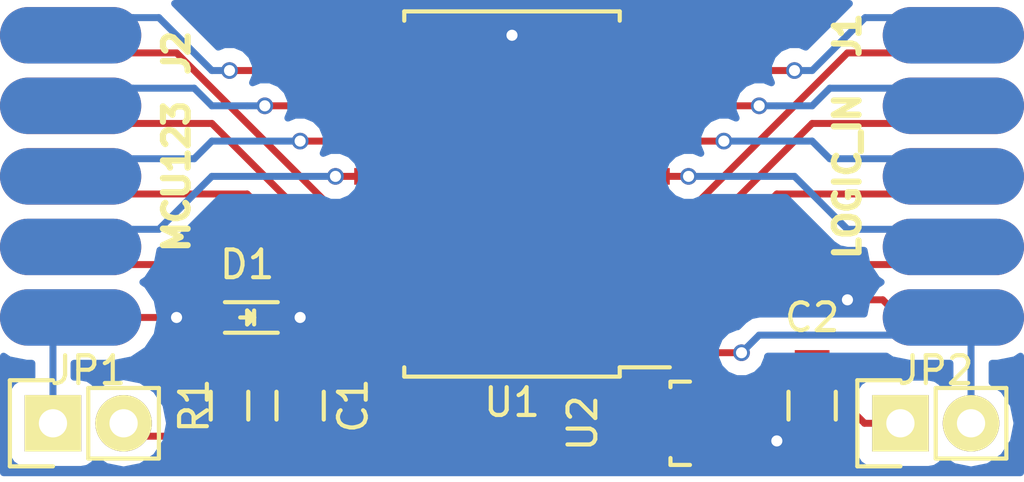
<source format=kicad_pcb>
(kicad_pcb (version 4) (host pcbnew 4.0.2-1.fc23-product)

  (general
    (links 33)
    (no_connects 0)
    (area 128.02 111.719999 165.35 129.295)
    (thickness 1.6)
    (drawings 0)
    (tracks 149)
    (zones 0)
    (modules 10)
    (nets 23)
  )

  (page A4)
  (title_block
    (title "MCU123 1.8v Level Shifter")
  )

  (layers
    (0 F.Cu signal)
    (31 B.Cu signal)
    (32 B.Adhes user)
    (33 F.Adhes user)
    (34 B.Paste user)
    (35 F.Paste user)
    (36 B.SilkS user)
    (37 F.SilkS user hide)
    (38 B.Mask user)
    (39 F.Mask user)
    (40 Dwgs.User user)
    (41 Cmts.User user)
    (42 Eco1.User user)
    (43 Eco2.User user)
    (44 Edge.Cuts user)
    (45 Margin user)
    (46 B.CrtYd user)
    (47 F.CrtYd user)
    (48 B.Fab user)
    (49 F.Fab user)
  )

  (setup
    (last_trace_width 0.25)
    (trace_clearance 0.25)
    (zone_clearance 0.508)
    (zone_45_only no)
    (trace_min 0.2)
    (segment_width 0.2)
    (edge_width 0.15)
    (via_size 0.6)
    (via_drill 0.4)
    (via_min_size 0.4)
    (via_min_drill 0.3)
    (uvia_size 0.3)
    (uvia_drill 0.1)
    (uvias_allowed no)
    (uvia_min_size 0.2)
    (uvia_min_drill 0.1)
    (pcb_text_width 0.3)
    (pcb_text_size 1.5 1.5)
    (mod_edge_width 0.15)
    (mod_text_size 1 1)
    (mod_text_width 0.15)
    (pad_size 1.524 1.524)
    (pad_drill 0.762)
    (pad_to_mask_clearance 0.2)
    (aux_axis_origin 0 0)
    (grid_origin 121.285 108.585)
    (visible_elements FFFFFF7F)
    (pcbplotparams
      (layerselection 0x00020_80000001)
      (usegerberextensions false)
      (excludeedgelayer true)
      (linewidth 0.100000)
      (plotframeref false)
      (viasonmask false)
      (mode 1)
      (useauxorigin false)
      (hpglpennumber 1)
      (hpglpenspeed 20)
      (hpglpendiameter 15)
      (hpglpenoverlay 2)
      (psnegative false)
      (psa4output false)
      (plotreference true)
      (plotvalue true)
      (plotinvisibletext false)
      (padsonsilk false)
      (subtractmaskfromsilk false)
      (outputformat 1)
      (mirror false)
      (drillshape 0)
      (scaleselection 1)
      (outputdirectory ""))
  )

  (net 0 "")
  (net 1 +3V3)
  (net 2 GND)
  (net 3 "Net-(C2-Pad1)")
  (net 4 "Net-(D1-Pad2)")
  (net 5 "Net-(J1-Pad1)")
  (net 6 "Net-(J1-Pad2)")
  (net 7 "Net-(J1-Pad3)")
  (net 8 "Net-(J1-Pad4)")
  (net 9 "Net-(J1-Pad5)")
  (net 10 "Net-(J1-Pad6)")
  (net 11 "Net-(J1-Pad7)")
  (net 12 "Net-(J1-Pad8)")
  (net 13 +1V8)
  (net 14 "Net-(J2-Pad1)")
  (net 15 "Net-(J2-Pad2)")
  (net 16 "Net-(J2-Pad3)")
  (net 17 "Net-(J2-Pad4)")
  (net 18 "Net-(J2-Pad5)")
  (net 19 "Net-(J2-Pad6)")
  (net 20 "Net-(J2-Pad7)")
  (net 21 "Net-(J2-Pad8)")
  (net 22 "Net-(J2-Pad10)")

  (net_class Default "This is the default net class."
    (clearance 0.25)
    (trace_width 0.25)
    (via_dia 0.6)
    (via_drill 0.4)
    (uvia_dia 0.3)
    (uvia_drill 0.1)
    (add_net +1V8)
    (add_net +3V3)
    (add_net GND)
    (add_net "Net-(C2-Pad1)")
    (add_net "Net-(D1-Pad2)")
    (add_net "Net-(J1-Pad1)")
    (add_net "Net-(J1-Pad2)")
    (add_net "Net-(J1-Pad3)")
    (add_net "Net-(J1-Pad4)")
    (add_net "Net-(J1-Pad5)")
    (add_net "Net-(J1-Pad6)")
    (add_net "Net-(J1-Pad7)")
    (add_net "Net-(J1-Pad8)")
    (add_net "Net-(J2-Pad1)")
    (add_net "Net-(J2-Pad10)")
    (add_net "Net-(J2-Pad2)")
    (add_net "Net-(J2-Pad3)")
    (add_net "Net-(J2-Pad4)")
    (add_net "Net-(J2-Pad5)")
    (add_net "Net-(J2-Pad6)")
    (add_net "Net-(J2-Pad7)")
    (add_net "Net-(J2-Pad8)")
  )

  (module Capacitors_SMD:C_0805_HandSoldering (layer F.Cu) (tedit 57376D7B) (tstamp 573640DC)
    (at 139.065 126.365 90)
    (descr "Capacitor SMD 0805, hand soldering")
    (tags "capacitor 0805")
    (path /5734FA12)
    (attr smd)
    (fp_text reference C1 (at 0 1.905 90) (layer F.SilkS)
      (effects (font (size 1 1) (thickness 0.15)))
    )
    (fp_text value 2u2 (at 0 2.1 90) (layer F.Fab)
      (effects (font (size 1 1) (thickness 0.15)))
    )
    (fp_line (start -2.3 -1) (end 2.3 -1) (layer F.CrtYd) (width 0.05))
    (fp_line (start -2.3 1) (end 2.3 1) (layer F.CrtYd) (width 0.05))
    (fp_line (start -2.3 -1) (end -2.3 1) (layer F.CrtYd) (width 0.05))
    (fp_line (start 2.3 -1) (end 2.3 1) (layer F.CrtYd) (width 0.05))
    (fp_line (start 0.5 -0.85) (end -0.5 -0.85) (layer F.SilkS) (width 0.15))
    (fp_line (start -0.5 0.85) (end 0.5 0.85) (layer F.SilkS) (width 0.15))
    (pad 1 smd rect (at -1.25 0 90) (size 1.5 1.25) (layers F.Cu F.Paste F.Mask)
      (net 1 +3V3))
    (pad 2 smd rect (at 1.25 0 90) (size 1.5 1.25) (layers F.Cu F.Paste F.Mask)
      (net 2 GND))
    (model Capacitors_SMD.3dshapes/C_0805_HandSoldering.wrl
      (at (xyz 0 0 0))
      (scale (xyz 1 1 1))
      (rotate (xyz 0 0 0))
    )
  )

  (module Capacitors_SMD:C_0805_HandSoldering (layer F.Cu) (tedit 573767EC) (tstamp 573640E2)
    (at 157.48 126.365 270)
    (descr "Capacitor SMD 0805, hand soldering")
    (tags "capacitor 0805")
    (path /5734FA82)
    (attr smd)
    (fp_text reference C2 (at -3.175 0 360) (layer F.SilkS)
      (effects (font (size 1 1) (thickness 0.15)))
    )
    (fp_text value 2u2 (at 0 2.1 270) (layer F.Fab)
      (effects (font (size 1 1) (thickness 0.15)))
    )
    (fp_line (start -2.3 -1) (end 2.3 -1) (layer F.CrtYd) (width 0.05))
    (fp_line (start -2.3 1) (end 2.3 1) (layer F.CrtYd) (width 0.05))
    (fp_line (start -2.3 -1) (end -2.3 1) (layer F.CrtYd) (width 0.05))
    (fp_line (start 2.3 -1) (end 2.3 1) (layer F.CrtYd) (width 0.05))
    (fp_line (start 0.5 -0.85) (end -0.5 -0.85) (layer F.SilkS) (width 0.15))
    (fp_line (start -0.5 0.85) (end 0.5 0.85) (layer F.SilkS) (width 0.15))
    (pad 1 smd rect (at -1.25 0 270) (size 1.5 1.25) (layers F.Cu F.Paste F.Mask)
      (net 3 "Net-(C2-Pad1)"))
    (pad 2 smd rect (at 1.25 0 270) (size 1.5 1.25) (layers F.Cu F.Paste F.Mask)
      (net 2 GND))
    (model Capacitors_SMD.3dshapes/C_0805_HandSoldering.wrl
      (at (xyz 0 0 0))
      (scale (xyz 1 1 1))
      (rotate (xyz 0 0 0))
    )
  )

  (module LEDs:LED_0603 (layer F.Cu) (tedit 573726A6) (tstamp 573640E8)
    (at 137.16 123.19 180)
    (descr "LED 0603 smd package")
    (tags "LED led 0603 SMD smd SMT smt smdled SMDLED smtled SMTLED")
    (path /5734FBBE)
    (attr smd)
    (fp_text reference D1 (at 0 1.905 180) (layer F.SilkS)
      (effects (font (size 1 1) (thickness 0.15)))
    )
    (fp_text value LED (at 0 1.5 180) (layer F.Fab)
      (effects (font (size 1 1) (thickness 0.15)))
    )
    (fp_line (start -1.1 0.55) (end 0.8 0.55) (layer F.SilkS) (width 0.15))
    (fp_line (start -1.1 -0.55) (end 0.8 -0.55) (layer F.SilkS) (width 0.15))
    (fp_line (start -0.2 0) (end 0.25 0) (layer F.SilkS) (width 0.15))
    (fp_line (start -0.25 -0.25) (end -0.25 0.25) (layer F.SilkS) (width 0.15))
    (fp_line (start -0.25 0) (end 0 -0.25) (layer F.SilkS) (width 0.15))
    (fp_line (start 0 -0.25) (end 0 0.25) (layer F.SilkS) (width 0.15))
    (fp_line (start 0 0.25) (end -0.25 0) (layer F.SilkS) (width 0.15))
    (fp_line (start 1.4 -0.75) (end 1.4 0.75) (layer F.CrtYd) (width 0.05))
    (fp_line (start 1.4 0.75) (end -1.4 0.75) (layer F.CrtYd) (width 0.05))
    (fp_line (start -1.4 0.75) (end -1.4 -0.75) (layer F.CrtYd) (width 0.05))
    (fp_line (start -1.4 -0.75) (end 1.4 -0.75) (layer F.CrtYd) (width 0.05))
    (pad 2 smd rect (at 0.7493 0) (size 0.79756 0.79756) (layers F.Cu F.Paste F.Mask)
      (net 4 "Net-(D1-Pad2)"))
    (pad 1 smd rect (at -0.7493 0) (size 0.79756 0.79756) (layers F.Cu F.Paste F.Mask)
      (net 2 GND))
    (model LEDs.3dshapes/LED_0603.wrl
      (at (xyz 0 0 0))
      (scale (xyz 1 1 1))
      (rotate (xyz 0 0 180))
    )
  )

  (module Pin_Headers:Pin_Header_Straight_1x02 (layer F.Cu) (tedit 57376DB0) (tstamp 5736410A)
    (at 130.175 127 90)
    (descr "Through hole pin header")
    (tags "pin header")
    (path /5735876A)
    (fp_text reference JP1 (at 1.905 1.27 180) (layer F.SilkS)
      (effects (font (size 1 1) (thickness 0.15)))
    )
    (fp_text value 3V3 (at 0 1.27 180) (layer F.Fab)
      (effects (font (size 1 1) (thickness 0.15)))
    )
    (fp_line (start 1.27 1.27) (end 1.27 3.81) (layer F.SilkS) (width 0.15))
    (fp_line (start 1.55 -1.55) (end 1.55 0) (layer F.SilkS) (width 0.15))
    (fp_line (start -1.75 -1.75) (end -1.75 4.3) (layer F.CrtYd) (width 0.05))
    (fp_line (start 1.75 -1.75) (end 1.75 4.3) (layer F.CrtYd) (width 0.05))
    (fp_line (start -1.75 -1.75) (end 1.75 -1.75) (layer F.CrtYd) (width 0.05))
    (fp_line (start -1.75 4.3) (end 1.75 4.3) (layer F.CrtYd) (width 0.05))
    (fp_line (start 1.27 1.27) (end -1.27 1.27) (layer F.SilkS) (width 0.15))
    (fp_line (start -1.55 0) (end -1.55 -1.55) (layer F.SilkS) (width 0.15))
    (fp_line (start -1.55 -1.55) (end 1.55 -1.55) (layer F.SilkS) (width 0.15))
    (fp_line (start -1.27 1.27) (end -1.27 3.81) (layer F.SilkS) (width 0.15))
    (fp_line (start -1.27 3.81) (end 1.27 3.81) (layer F.SilkS) (width 0.15))
    (pad 1 thru_hole rect (at 0 0 90) (size 2.032 2.032) (drill 1.016) (layers *.Cu *.Mask F.SilkS)
      (net 22 "Net-(J2-Pad10)"))
    (pad 2 thru_hole oval (at 0 2.54 90) (size 2.032 2.032) (drill 1.016) (layers *.Cu *.Mask F.SilkS)
      (net 1 +3V3))
    (model Pin_Headers.3dshapes/Pin_Header_Straight_1x02.wrl
      (at (xyz 0 -0.05 0))
      (scale (xyz 1 1 1))
      (rotate (xyz 0 0 90))
    )
  )

  (module Resistors_SMD:R_0603_HandSoldering (layer F.Cu) (tedit 57376FF0) (tstamp 57364115)
    (at 136.525 126.365 90)
    (descr "Resistor SMD 0603, hand soldering")
    (tags "resistor 0603")
    (path /5734FB33)
    (attr smd)
    (fp_text reference R1 (at 0 -1.27 90) (layer F.SilkS)
      (effects (font (size 1 1) (thickness 0.15)))
    )
    (fp_text value 1k (at 0 1.9 90) (layer F.Fab)
      (effects (font (size 1 1) (thickness 0.15)))
    )
    (fp_line (start -2 -0.8) (end 2 -0.8) (layer F.CrtYd) (width 0.05))
    (fp_line (start -2 0.8) (end 2 0.8) (layer F.CrtYd) (width 0.05))
    (fp_line (start -2 -0.8) (end -2 0.8) (layer F.CrtYd) (width 0.05))
    (fp_line (start 2 -0.8) (end 2 0.8) (layer F.CrtYd) (width 0.05))
    (fp_line (start 0.5 0.675) (end -0.5 0.675) (layer F.SilkS) (width 0.15))
    (fp_line (start -0.5 -0.675) (end 0.5 -0.675) (layer F.SilkS) (width 0.15))
    (pad 1 smd rect (at -1.1 0 90) (size 1.2 0.9) (layers F.Cu F.Paste F.Mask)
      (net 1 +3V3))
    (pad 2 smd rect (at 1.1 0 90) (size 1.2 0.9) (layers F.Cu F.Paste F.Mask)
      (net 4 "Net-(D1-Pad2)"))
    (model Resistors_SMD.3dshapes/R_0603_HandSoldering.wrl
      (at (xyz 0 0 0))
      (scale (xyz 1 1 1))
      (rotate (xyz 0 0 0))
    )
  )

  (module Housings_SOIC:SOIC-20_7.5x12.8mm_Pitch1.27mm (layer F.Cu) (tedit 57376919) (tstamp 5736412D)
    (at 146.685 118.745 180)
    (descr "20-Lead Plastic Small Outline (SO) - Wide, 7.50 mm Body [SOIC] (see Microchip Packaging Specification 00000049BS.pdf)")
    (tags "SOIC 1.27")
    (path /5732591C)
    (attr smd)
    (fp_text reference U1 (at 0 -7.5 180) (layer F.SilkS)
      (effects (font (size 1 1) (thickness 0.15)))
    )
    (fp_text value NLSV8T244 (at 1.905 -7.62 180) (layer F.Fab)
      (effects (font (size 1 1) (thickness 0.15)))
    )
    (fp_line (start -5.95 -6.75) (end -5.95 6.75) (layer F.CrtYd) (width 0.05))
    (fp_line (start 5.95 -6.75) (end 5.95 6.75) (layer F.CrtYd) (width 0.05))
    (fp_line (start -5.95 -6.75) (end 5.95 -6.75) (layer F.CrtYd) (width 0.05))
    (fp_line (start -5.95 6.75) (end 5.95 6.75) (layer F.CrtYd) (width 0.05))
    (fp_line (start -3.875 -6.575) (end -3.875 -6.24) (layer F.SilkS) (width 0.15))
    (fp_line (start 3.875 -6.575) (end 3.875 -6.24) (layer F.SilkS) (width 0.15))
    (fp_line (start 3.875 6.575) (end 3.875 6.24) (layer F.SilkS) (width 0.15))
    (fp_line (start -3.875 6.575) (end -3.875 6.24) (layer F.SilkS) (width 0.15))
    (fp_line (start -3.875 -6.575) (end 3.875 -6.575) (layer F.SilkS) (width 0.15))
    (fp_line (start -3.875 6.575) (end 3.875 6.575) (layer F.SilkS) (width 0.15))
    (fp_line (start -3.875 -6.24) (end -5.675 -6.24) (layer F.SilkS) (width 0.15))
    (pad 1 smd rect (at -4.7 -5.715 180) (size 1.95 0.6) (layers F.Cu F.Paste F.Mask)
      (net 13 +1V8))
    (pad 2 smd rect (at -4.7 -4.445 180) (size 1.95 0.6) (layers F.Cu F.Paste F.Mask)
      (net 11 "Net-(J1-Pad7)"))
    (pad 3 smd rect (at -4.7 -3.175 180) (size 1.95 0.6) (layers F.Cu F.Paste F.Mask)
      (net 9 "Net-(J1-Pad5)"))
    (pad 4 smd rect (at -4.7 -1.905 180) (size 1.95 0.6) (layers F.Cu F.Paste F.Mask)
      (net 7 "Net-(J1-Pad3)"))
    (pad 5 smd rect (at -4.7 -0.635 180) (size 1.95 0.6) (layers F.Cu F.Paste F.Mask)
      (net 5 "Net-(J1-Pad1)"))
    (pad 6 smd rect (at -4.7 0.635 180) (size 1.95 0.6) (layers F.Cu F.Paste F.Mask)
      (net 12 "Net-(J1-Pad8)"))
    (pad 7 smd rect (at -4.7 1.905 180) (size 1.95 0.6) (layers F.Cu F.Paste F.Mask)
      (net 10 "Net-(J1-Pad6)"))
    (pad 8 smd rect (at -4.7 3.175 180) (size 1.95 0.6) (layers F.Cu F.Paste F.Mask)
      (net 8 "Net-(J1-Pad4)"))
    (pad 9 smd rect (at -4.7 4.445 180) (size 1.95 0.6) (layers F.Cu F.Paste F.Mask)
      (net 6 "Net-(J1-Pad2)"))
    (pad 10 smd rect (at -4.7 5.715 180) (size 1.95 0.6) (layers F.Cu F.Paste F.Mask)
      (net 2 GND))
    (pad 11 smd rect (at 4.7 5.715 180) (size 1.95 0.6) (layers F.Cu F.Paste F.Mask)
      (net 2 GND))
    (pad 12 smd rect (at 4.7 4.445 180) (size 1.95 0.6) (layers F.Cu F.Paste F.Mask)
      (net 15 "Net-(J2-Pad2)"))
    (pad 13 smd rect (at 4.7 3.175 180) (size 1.95 0.6) (layers F.Cu F.Paste F.Mask)
      (net 17 "Net-(J2-Pad4)"))
    (pad 14 smd rect (at 4.7 1.905 180) (size 1.95 0.6) (layers F.Cu F.Paste F.Mask)
      (net 19 "Net-(J2-Pad6)"))
    (pad 15 smd rect (at 4.7 0.635 180) (size 1.95 0.6) (layers F.Cu F.Paste F.Mask)
      (net 21 "Net-(J2-Pad8)"))
    (pad 16 smd rect (at 4.7 -0.635 180) (size 1.95 0.6) (layers F.Cu F.Paste F.Mask)
      (net 14 "Net-(J2-Pad1)"))
    (pad 17 smd rect (at 4.7 -1.905 180) (size 1.95 0.6) (layers F.Cu F.Paste F.Mask)
      (net 16 "Net-(J2-Pad3)"))
    (pad 18 smd rect (at 4.7 -3.175 180) (size 1.95 0.6) (layers F.Cu F.Paste F.Mask)
      (net 18 "Net-(J2-Pad5)"))
    (pad 19 smd rect (at 4.7 -4.445 180) (size 1.95 0.6) (layers F.Cu F.Paste F.Mask)
      (net 20 "Net-(J2-Pad7)"))
    (pad 20 smd rect (at 4.7 -5.715 180) (size 1.95 0.6) (layers F.Cu F.Paste F.Mask)
      (net 1 +3V3))
    (model Housings_SOIC.3dshapes/SOIC-20_7.5x12.8mm_Pitch1.27mm.wrl
      (at (xyz 0 0 0))
      (scale (xyz 1 1 1))
      (rotate (xyz 0 0 0))
    )
  )

  (module TO_SOT_Packages_SMD:SOT-23_Handsoldering (layer F.Cu) (tedit 57376916) (tstamp 57364134)
    (at 153.035 127 90)
    (descr "SOT-23, Handsoldering")
    (tags SOT-23)
    (path /5734F788)
    (attr smd)
    (fp_text reference U2 (at 0 -3.81 90) (layer F.SilkS)
      (effects (font (size 1 1) (thickness 0.15)))
    )
    (fp_text value XC6206_SOT23 (at -1.27 0.635 180) (layer F.Fab)
      (effects (font (size 1 1) (thickness 0.15)))
    )
    (fp_line (start -1.49982 0.0508) (end -1.49982 -0.65024) (layer F.SilkS) (width 0.15))
    (fp_line (start -1.49982 -0.65024) (end -1.2509 -0.65024) (layer F.SilkS) (width 0.15))
    (fp_line (start 1.29916 -0.65024) (end 1.49982 -0.65024) (layer F.SilkS) (width 0.15))
    (fp_line (start 1.49982 -0.65024) (end 1.49982 0.0508) (layer F.SilkS) (width 0.15))
    (pad 1 smd rect (at -0.95 1.50114 90) (size 0.8001 1.80086) (layers F.Cu F.Paste F.Mask)
      (net 2 GND))
    (pad 2 smd rect (at 0.95 1.50114 90) (size 0.8001 1.80086) (layers F.Cu F.Paste F.Mask)
      (net 3 "Net-(C2-Pad1)"))
    (pad 3 smd rect (at 0 -1.50114 90) (size 0.8001 1.80086) (layers F.Cu F.Paste F.Mask)
      (net 1 +3V3))
    (model TO_SOT_Packages_SMD.3dshapes/SOT-23_Handsoldering.wrl
      (at (xyz 0 0 0))
      (scale (xyz 1 1 1))
      (rotate (xyz 0 0 0))
    )
  )

  (module Pin_Headers:Pin_Header_Straight_1x02 (layer F.Cu) (tedit 57376DA5) (tstamp 57364284)
    (at 160.655 127 90)
    (descr "Through hole pin header")
    (tags "pin header")
    (path /5734FF59)
    (fp_text reference JP2 (at 1.905 1.27 180) (layer F.SilkS)
      (effects (font (size 1 1) (thickness 0.15)))
    )
    (fp_text value 1V8 (at 0 1.27 180) (layer F.Fab)
      (effects (font (size 1 1) (thickness 0.15)))
    )
    (fp_line (start 1.27 1.27) (end 1.27 3.81) (layer F.SilkS) (width 0.15))
    (fp_line (start 1.55 -1.55) (end 1.55 0) (layer F.SilkS) (width 0.15))
    (fp_line (start -1.75 -1.75) (end -1.75 4.3) (layer F.CrtYd) (width 0.05))
    (fp_line (start 1.75 -1.75) (end 1.75 4.3) (layer F.CrtYd) (width 0.05))
    (fp_line (start -1.75 -1.75) (end 1.75 -1.75) (layer F.CrtYd) (width 0.05))
    (fp_line (start -1.75 4.3) (end 1.75 4.3) (layer F.CrtYd) (width 0.05))
    (fp_line (start 1.27 1.27) (end -1.27 1.27) (layer F.SilkS) (width 0.15))
    (fp_line (start -1.55 0) (end -1.55 -1.55) (layer F.SilkS) (width 0.15))
    (fp_line (start -1.55 -1.55) (end 1.55 -1.55) (layer F.SilkS) (width 0.15))
    (fp_line (start -1.27 1.27) (end -1.27 3.81) (layer F.SilkS) (width 0.15))
    (fp_line (start -1.27 3.81) (end 1.27 3.81) (layer F.SilkS) (width 0.15))
    (pad 1 thru_hole rect (at 0 0 90) (size 2.032 2.032) (drill 1.016) (layers *.Cu *.Mask F.SilkS)
      (net 3 "Net-(C2-Pad1)"))
    (pad 2 thru_hole oval (at 0 2.54 90) (size 2.032 2.032) (drill 1.016) (layers *.Cu *.Mask F.SilkS)
      (net 13 +1V8))
    (model Pin_Headers.3dshapes/Pin_Header_Straight_1x02.wrl
      (at (xyz 0 -0.05 0))
      (scale (xyz 1 1 1))
      (rotate (xyz 0 0 90))
    )
  )

  (module mcu123:IDC_2x5_female_if_left_edge_mounted (layer F.Cu) (tedit 57376B93) (tstamp 57376CB5)
    (at 162.56 113.03 270)
    (descr "A double sided edge connector allowing a straight through-hole IDC connector to be edge mounted")
    (path /57319198)
    (fp_text reference J1 (at 0 3.81 270) (layer F.SilkS)
      (effects (font (size 0.889 0.889) (thickness 0.3048)))
    )
    (fp_text value LOGIC_IN (at 5.08 3.81 270) (layer F.SilkS)
      (effects (font (size 0.889 0.889) (thickness 0.22225)))
    )
    (pad 1 connect oval (at 0 0 270) (size 2.032 5.08) (layers F.Cu F.Mask)
      (net 5 "Net-(J1-Pad1)"))
    (pad 2 connect oval (at 0 0 270) (size 2.032 5.08) (layers B.Cu B.Mask)
      (net 6 "Net-(J1-Pad2)"))
    (pad 3 connect oval (at 2.54 0 270) (size 2.032 5.08) (layers F.Cu F.Mask)
      (net 7 "Net-(J1-Pad3)"))
    (pad 4 connect oval (at 2.54 0 270) (size 2.032 5.08) (layers B.Cu B.Mask)
      (net 8 "Net-(J1-Pad4)"))
    (pad 5 connect oval (at 5.08 0 270) (size 2.032 5.08) (layers F.Cu F.Mask)
      (net 9 "Net-(J1-Pad5)"))
    (pad 6 connect oval (at 5.08 0 270) (size 2.032 5.08) (layers B.Cu B.Mask)
      (net 10 "Net-(J1-Pad6)"))
    (pad 7 connect oval (at 7.62 0 270) (size 2.032 5.08) (layers F.Cu F.Mask)
      (net 11 "Net-(J1-Pad7)"))
    (pad 8 connect oval (at 7.62 0 270) (size 2.032 5.08) (layers B.Cu B.Mask)
      (net 12 "Net-(J1-Pad8)"))
    (pad 9 connect oval (at 10.16 0 270) (size 2.032 5.08) (layers F.Cu F.Mask)
      (net 2 GND))
    (pad 10 connect oval (at 10.16 0 270) (size 2.032 5.08) (layers B.Cu B.Mask)
      (net 13 +1V8))
  )

  (module mcu123:IDC_2x5_female_if_left_edge_mounted (layer F.Cu) (tedit 57376C65) (tstamp 57376CC2)
    (at 130.81 113.03 270)
    (descr "A double sided edge connector allowing a straight through-hole IDC connector to be edge mounted")
    (path /57319633)
    (fp_text reference J2 (at 0.635 -3.81 270) (layer F.SilkS)
      (effects (font (size 0.889 0.889) (thickness 0.3048)))
    )
    (fp_text value MCU123 (at 5.08 -3.81 270) (layer F.SilkS)
      (effects (font (size 0.889 0.889) (thickness 0.22225)))
    )
    (pad 1 connect oval (at 0 0 270) (size 2.032 5.08) (layers F.Cu F.Mask)
      (net 14 "Net-(J2-Pad1)"))
    (pad 2 connect oval (at 0 0 270) (size 2.032 5.08) (layers B.Cu B.Mask)
      (net 15 "Net-(J2-Pad2)"))
    (pad 3 connect oval (at 2.54 0 270) (size 2.032 5.08) (layers F.Cu F.Mask)
      (net 16 "Net-(J2-Pad3)"))
    (pad 4 connect oval (at 2.54 0 270) (size 2.032 5.08) (layers B.Cu B.Mask)
      (net 17 "Net-(J2-Pad4)"))
    (pad 5 connect oval (at 5.08 0 270) (size 2.032 5.08) (layers F.Cu F.Mask)
      (net 18 "Net-(J2-Pad5)"))
    (pad 6 connect oval (at 5.08 0 270) (size 2.032 5.08) (layers B.Cu B.Mask)
      (net 19 "Net-(J2-Pad6)"))
    (pad 7 connect oval (at 7.62 0 270) (size 2.032 5.08) (layers F.Cu F.Mask)
      (net 20 "Net-(J2-Pad7)"))
    (pad 8 connect oval (at 7.62 0 270) (size 2.032 5.08) (layers B.Cu B.Mask)
      (net 21 "Net-(J2-Pad8)"))
    (pad 9 connect oval (at 10.16 0 270) (size 2.032 5.08) (layers F.Cu F.Mask)
      (net 2 GND))
    (pad 10 connect oval (at 10.16 0 270) (size 2.032 5.08) (layers B.Cu B.Mask)
      (net 22 "Net-(J2-Pad10)"))
  )

  (segment (start 136.525 127.465) (end 133.18 127.465) (width 0.25) (layer F.Cu) (net 1) (status 20))
  (segment (start 133.18 127.465) (end 132.715 127) (width 0.25) (layer F.Cu) (net 1) (tstamp 57376E35) (status 30))
  (segment (start 139.065 127.615) (end 140.315 127.615) (width 0.25) (layer F.Cu) (net 1))
  (segment (start 141.985 125.945) (end 141.985 124.46) (width 0.25) (layer F.Cu) (net 1) (tstamp 57376E30))
  (segment (start 140.315 127.615) (end 141.985 125.945) (width 0.25) (layer F.Cu) (net 1) (tstamp 57376E2F))
  (segment (start 136.525 127.465) (end 138.915 127.465) (width 0.25) (layer F.Cu) (net 1) (status 10))
  (segment (start 138.915 127.465) (end 139.065 127.615) (width 0.25) (layer F.Cu) (net 1) (tstamp 57372F0E))
  (segment (start 140.97 124.46) (end 141.985 124.46) (width 0.25) (layer F.Cu) (net 1) (tstamp 57372F0A))
  (segment (start 141.985 124.46) (end 142.875 124.46) (width 0.25) (layer F.Cu) (net 1))
  (segment (start 142.875 124.46) (end 145.415 127) (width 0.25) (layer F.Cu) (net 1) (tstamp 57372F03))
  (segment (start 145.415 127) (end 151.53386 127) (width 0.25) (layer F.Cu) (net 1) (tstamp 57372F04) (status 20))
  (segment (start 139.1993 127.7493) (end 139.085 127.635) (width 0.25) (layer F.Cu) (net 1) (tstamp 5736E5BC) (status 30))
  (segment (start 162.56 123.19) (end 160.655 123.19) (width 0.25) (layer F.Cu) (net 2))
  (segment (start 160.655 123.19) (end 160.02 122.555) (width 0.25) (layer F.Cu) (net 2) (tstamp 573770BC))
  (via (at 158.75 122.555) (size 0.6) (drill 0.4) (layers F.Cu B.Cu) (net 2))
  (segment (start 160.02 122.555) (end 158.75 122.555) (width 0.25) (layer F.Cu) (net 2) (tstamp 573770BE))
  (segment (start 154.53614 127.95) (end 155.895 127.95) (width 0.25) (layer F.Cu) (net 2) (status 10))
  (segment (start 156.23 127.615) (end 156.21 127.635) (width 0.25) (layer F.Cu) (net 2) (tstamp 57376720))
  (via (at 156.21 127.635) (size 0.6) (drill 0.4) (layers F.Cu B.Cu) (net 2))
  (segment (start 156.23 127.615) (end 157.48 127.615) (width 0.25) (layer F.Cu) (net 2))
  (segment (start 155.895 127.95) (end 156.21 127.635) (width 0.25) (layer F.Cu) (net 2) (tstamp 57376727))
  (segment (start 151.385 113.03) (end 146.685 113.03) (width 0.25) (layer F.Cu) (net 2))
  (via (at 146.685 113.03) (size 0.6) (drill 0.4) (layers F.Cu B.Cu) (net 2))
  (segment (start 146.685 113.03) (end 141.985 113.03) (width 0.25) (layer F.Cu) (net 2))
  (segment (start 130.81 123.19) (end 134.62 123.19) (width 0.25) (layer F.Cu) (net 2) (status 10))
  (via (at 134.62 123.19) (size 0.6) (drill 0.4) (layers F.Cu B.Cu) (net 2))
  (segment (start 139.065 125.115) (end 139.065 123.19) (width 0.25) (layer F.Cu) (net 2))
  (via (at 139.065 123.19) (size 0.6) (drill 0.4) (layers F.Cu B.Cu) (net 2))
  (segment (start 139.065 123.19) (end 137.9093 123.19) (width 0.25) (layer F.Cu) (net 2) (status 20))
  (segment (start 160.655 123.19) (end 161.29 122.555) (width 0.25) (layer F.Cu) (net 2) (tstamp 573763C4) (status 30))
  (segment (start 157.145 127.95) (end 157.48 127.615) (width 0.25) (layer F.Cu) (net 2) (tstamp 57372F14))
  (segment (start 137.9093 123.19) (end 137.9093 123.3243) (width 0.25) (layer F.Cu) (net 2) (status 30))
  (segment (start 137.9093 123.0757) (end 137.9093 123.19) (width 0.25) (layer F.Cu) (net 2) (tstamp 5736EB5C) (status 30))
  (segment (start 163.5252 122.555) (end 164.1602 123.19) (width 0.25) (layer F.Cu) (net 2) (tstamp 573761C2) (status 30))
  (segment (start 160.655 127) (end 159.365 127) (width 0.25) (layer F.Cu) (net 3) (status 10))
  (segment (start 159.365 127) (end 157.48 125.115) (width 0.25) (layer F.Cu) (net 3) (tstamp 57372F1A))
  (segment (start 154.53614 126.05) (end 156.545 126.05) (width 0.25) (layer F.Cu) (net 3) (status 10))
  (segment (start 156.545 126.05) (end 157.48 125.115) (width 0.25) (layer F.Cu) (net 3) (tstamp 57372F17))
  (segment (start 136.4107 123.19) (end 136.4107 124.7443) (width 0.25) (layer F.Cu) (net 4) (status 10))
  (segment (start 136.4107 124.7443) (end 136.525 125.265) (width 0.25) (layer F.Cu) (net 4) (tstamp 57372D39) (status 30))
  (segment (start 151.385 119.38) (end 153.035 119.38) (width 0.25) (layer F.Cu) (net 5))
  (segment (start 158.75 113.665) (end 161.925 113.665) (width 0.25) (layer F.Cu) (net 5) (tstamp 573764AE) (status 20))
  (segment (start 153.035 119.38) (end 158.75 113.665) (width 0.25) (layer F.Cu) (net 5) (tstamp 573764A9))
  (segment (start 161.925 113.665) (end 162.56 113.03) (width 0.25) (layer F.Cu) (net 5) (tstamp 573764BB) (status 30))
  (segment (start 162.56 113.03) (end 160.655 113.03) (width 0.25) (layer F.Cu) (net 5) (status 30))
  (segment (start 163.5252 112.395) (end 164.1602 113.03) (width 0.25) (layer F.Cu) (net 5) (tstamp 5737617E) (status 30))
  (segment (start 151.385 114.3) (end 156.845 114.3) (width 0.25) (layer F.Cu) (net 6))
  (segment (start 159.385 112.395) (end 163.5252 112.395) (width 0.25) (layer B.Cu) (net 6) (tstamp 57376516) (status 20))
  (segment (start 158.75 113.03) (end 159.385 112.395) (width 0.25) (layer B.Cu) (net 6) (tstamp 57376515))
  (segment (start 157.48 114.3) (end 158.75 113.03) (width 0.25) (layer B.Cu) (net 6) (tstamp 57376514))
  (segment (start 156.845 114.3) (end 157.48 114.3) (width 0.25) (layer B.Cu) (net 6) (tstamp 57376513))
  (via (at 156.845 114.3) (size 0.6) (drill 0.4) (layers F.Cu B.Cu) (net 6))
  (segment (start 163.5252 112.395) (end 164.1602 113.03) (width 0.25) (layer B.Cu) (net 6) (tstamp 57376518) (status 30))
  (segment (start 161.925 113.665) (end 162.56 113.03) (width 0.25) (layer B.Cu) (net 6) (tstamp 57375E81) (status 30))
  (segment (start 151.385 120.65) (end 153.035 120.65) (width 0.25) (layer F.Cu) (net 7))
  (segment (start 157.48 116.205) (end 161.925 116.205) (width 0.25) (layer F.Cu) (net 7) (tstamp 573764E2) (status 20))
  (segment (start 153.035 120.65) (end 157.48 116.205) (width 0.25) (layer F.Cu) (net 7) (tstamp 573764E0))
  (segment (start 161.925 116.205) (end 162.56 115.57) (width 0.25) (layer F.Cu) (net 7) (tstamp 573764E8) (status 30))
  (segment (start 163.5252 114.935) (end 164.1602 115.57) (width 0.25) (layer F.Cu) (net 7) (tstamp 57376188) (status 30))
  (segment (start 151.385 115.57) (end 155.575 115.57) (width 0.25) (layer F.Cu) (net 8))
  (segment (start 158.115 114.935) (end 163.5252 114.935) (width 0.25) (layer B.Cu) (net 8) (tstamp 57376538) (status 20))
  (segment (start 157.48 115.57) (end 158.115 114.935) (width 0.25) (layer B.Cu) (net 8) (tstamp 5737652B))
  (segment (start 156.21 115.57) (end 157.48 115.57) (width 0.25) (layer B.Cu) (net 8) (tstamp 5737652A))
  (segment (start 155.575 115.57) (end 156.21 115.57) (width 0.25) (layer B.Cu) (net 8) (tstamp 57376529))
  (via (at 155.575 115.57) (size 0.6) (drill 0.4) (layers F.Cu B.Cu) (net 8))
  (segment (start 163.5252 114.935) (end 164.1602 115.57) (width 0.25) (layer B.Cu) (net 8) (tstamp 5737653A) (status 30))
  (segment (start 161.925 116.205) (end 162.56 115.57) (width 0.25) (layer B.Cu) (net 8) (tstamp 57375EA4) (status 30))
  (segment (start 151.385 121.92) (end 153.035 121.92) (width 0.25) (layer F.Cu) (net 9))
  (segment (start 156.21 118.745) (end 161.925 118.745) (width 0.25) (layer F.Cu) (net 9) (tstamp 573764EC) (status 20))
  (segment (start 153.035 121.92) (end 156.21 118.745) (width 0.25) (layer F.Cu) (net 9) (tstamp 573764EB))
  (segment (start 161.925 118.745) (end 162.56 118.11) (width 0.25) (layer F.Cu) (net 9) (tstamp 573764F1) (status 30))
  (segment (start 163.5252 117.475) (end 164.1602 118.11) (width 0.25) (layer F.Cu) (net 9) (tstamp 57376194) (status 30))
  (segment (start 151.385 116.84) (end 154.305 116.84) (width 0.25) (layer F.Cu) (net 10))
  (segment (start 158.115 117.475) (end 163.5252 117.475) (width 0.25) (layer B.Cu) (net 10) (tstamp 57376546) (status 20))
  (segment (start 157.48 116.84) (end 158.115 117.475) (width 0.25) (layer B.Cu) (net 10) (tstamp 57376544))
  (segment (start 154.305 116.84) (end 157.48 116.84) (width 0.25) (layer B.Cu) (net 10) (tstamp 57376543))
  (via (at 154.305 116.84) (size 0.6) (drill 0.4) (layers F.Cu B.Cu) (net 10))
  (segment (start 163.5252 117.475) (end 164.1602 118.11) (width 0.25) (layer B.Cu) (net 10) (tstamp 57376548) (status 30))
  (segment (start 161.925 118.745) (end 162.56 118.11) (width 0.25) (layer B.Cu) (net 10) (tstamp 57375E38) (status 30))
  (segment (start 151.385 123.19) (end 153.035 123.19) (width 0.25) (layer F.Cu) (net 11))
  (segment (start 154.94 121.285) (end 161.925 121.285) (width 0.25) (layer F.Cu) (net 11) (tstamp 573764F7) (status 20))
  (segment (start 153.035 123.19) (end 154.94 121.285) (width 0.25) (layer F.Cu) (net 11) (tstamp 573764F4))
  (segment (start 161.925 121.285) (end 162.56 120.65) (width 0.25) (layer F.Cu) (net 11) (tstamp 573764F9) (status 30))
  (segment (start 163.5252 120.015) (end 164.1602 120.65) (width 0.25) (layer F.Cu) (net 11) (tstamp 5737619E) (status 30))
  (segment (start 151.385 118.11) (end 153.035 118.11) (width 0.25) (layer F.Cu) (net 12))
  (segment (start 158.75 120.015) (end 163.5252 120.015) (width 0.25) (layer B.Cu) (net 12) (tstamp 5737655E) (status 20))
  (segment (start 156.845 118.11) (end 158.75 120.015) (width 0.25) (layer B.Cu) (net 12) (tstamp 5737655D))
  (segment (start 153.035 118.11) (end 156.845 118.11) (width 0.25) (layer B.Cu) (net 12) (tstamp 5737655C))
  (via (at 153.035 118.11) (size 0.6) (drill 0.4) (layers F.Cu B.Cu) (net 12))
  (segment (start 163.5252 120.015) (end 164.1602 120.65) (width 0.25) (layer B.Cu) (net 12) (tstamp 57376560) (status 30))
  (segment (start 161.925 121.285) (end 162.56 120.65) (width 0.25) (layer B.Cu) (net 12) (tstamp 57375E1E) (status 30))
  (segment (start 163.195 127) (end 163.195 123.825) (width 0.25) (layer B.Cu) (net 13))
  (segment (start 163.195 123.825) (end 162.56 123.19) (width 0.25) (layer B.Cu) (net 13) (tstamp 57376F49))
  (segment (start 163.83 123.5202) (end 164.1602 123.19) (width 0.25) (layer B.Cu) (net 13) (tstamp 57376770) (status 30))
  (segment (start 151.385 124.46) (end 154.94 124.46) (width 0.25) (layer F.Cu) (net 13))
  (segment (start 155.575 123.825) (end 163.5252 123.825) (width 0.25) (layer B.Cu) (net 13) (tstamp 573763AD) (status 20))
  (segment (start 154.94 124.46) (end 155.575 123.825) (width 0.25) (layer B.Cu) (net 13) (tstamp 573763AC))
  (via (at 154.94 124.46) (size 0.6) (drill 0.4) (layers F.Cu B.Cu) (net 13))
  (segment (start 163.5252 123.825) (end 164.1602 123.19) (width 0.25) (layer B.Cu) (net 13) (tstamp 573763B0) (status 30))
  (segment (start 141.985 119.38) (end 140.335 119.38) (width 0.25) (layer F.Cu) (net 14))
  (segment (start 132.08 113.665) (end 132.715 113.03) (width 0.25) (layer F.Cu) (net 14) (tstamp 573764D1) (status 30))
  (segment (start 132.08 113.665) (end 132.08 113.665) (width 0.25) (layer F.Cu) (net 14) (tstamp 573764CD) (status 30))
  (segment (start 132.715 113.665) (end 132.08 113.665) (width 0.25) (layer F.Cu) (net 14) (tstamp 573764CB) (status 30))
  (segment (start 132.715 113.665) (end 132.715 113.665) (width 0.25) (layer F.Cu) (net 14) (tstamp 573764CA) (status 20))
  (segment (start 134.62 113.665) (end 132.715 113.665) (width 0.25) (layer F.Cu) (net 14) (tstamp 573764C5))
  (segment (start 140.335 119.38) (end 134.62 113.665) (width 0.25) (layer F.Cu) (net 14) (tstamp 573764C3))
  (segment (start 132.715 113.03) (end 130.81 113.03) (width 0.25) (layer F.Cu) (net 14) (tstamp 573764D4) (status 30))
  (segment (start 141.985 114.3) (end 136.525 114.3) (width 0.25) (layer F.Cu) (net 15))
  (segment (start 133.985 112.395) (end 133.0452 112.395) (width 0.25) (layer B.Cu) (net 15) (tstamp 573765D9) (status 20))
  (segment (start 135.89 114.3) (end 133.985 112.395) (width 0.25) (layer B.Cu) (net 15) (tstamp 573765D8))
  (segment (start 136.525 114.3) (end 135.89 114.3) (width 0.25) (layer B.Cu) (net 15) (tstamp 573765D7))
  (via (at 136.525 114.3) (size 0.6) (drill 0.4) (layers F.Cu B.Cu) (net 15))
  (segment (start 133.0452 112.395) (end 132.4102 113.03) (width 0.25) (layer B.Cu) (net 15) (tstamp 573765DA) (status 30))
  (segment (start 141.985 120.65) (end 140.335 120.65) (width 0.25) (layer F.Cu) (net 16))
  (segment (start 135.89 116.205) (end 131.445 116.205) (width 0.25) (layer F.Cu) (net 16) (tstamp 5737658C) (status 20))
  (segment (start 140.335 120.65) (end 135.89 116.205) (width 0.25) (layer F.Cu) (net 16) (tstamp 5737658A))
  (segment (start 131.445 116.205) (end 130.81 115.57) (width 0.25) (layer F.Cu) (net 16) (tstamp 5737658E) (status 30))
  (segment (start 141.985 115.57) (end 137.795 115.57) (width 0.25) (layer F.Cu) (net 17))
  (segment (start 135.255 114.935) (end 133.0452 114.935) (width 0.25) (layer B.Cu) (net 17) (tstamp 57376631) (status 20))
  (segment (start 135.89 115.57) (end 135.255 114.935) (width 0.25) (layer B.Cu) (net 17) (tstamp 57376630))
  (segment (start 137.16 115.57) (end 135.89 115.57) (width 0.25) (layer B.Cu) (net 17) (tstamp 5737662F))
  (segment (start 137.795 115.57) (end 137.16 115.57) (width 0.25) (layer B.Cu) (net 17) (tstamp 5737662E))
  (via (at 137.795 115.57) (size 0.6) (drill 0.4) (layers F.Cu B.Cu) (net 17))
  (segment (start 133.0452 114.935) (end 132.4102 115.57) (width 0.25) (layer B.Cu) (net 17) (tstamp 57376632) (status 30))
  (segment (start 141.985 121.92) (end 140.335 121.92) (width 0.25) (layer F.Cu) (net 18))
  (segment (start 137.16 118.745) (end 131.445 118.745) (width 0.25) (layer F.Cu) (net 18) (tstamp 5737659D) (status 20))
  (segment (start 140.335 121.92) (end 137.16 118.745) (width 0.25) (layer F.Cu) (net 18) (tstamp 5737659C))
  (segment (start 131.445 118.745) (end 130.81 118.11) (width 0.25) (layer F.Cu) (net 18) (tstamp 573765A2) (status 30))
  (segment (start 141.985 116.84) (end 139.065 116.84) (width 0.25) (layer F.Cu) (net 19))
  (segment (start 135.255 117.475) (end 133.0452 117.475) (width 0.25) (layer B.Cu) (net 19) (tstamp 57376640) (status 20))
  (segment (start 135.89 116.84) (end 135.255 117.475) (width 0.25) (layer B.Cu) (net 19) (tstamp 5737663F))
  (segment (start 139.065 116.84) (end 135.89 116.84) (width 0.25) (layer B.Cu) (net 19) (tstamp 5737663E))
  (via (at 139.065 116.84) (size 0.6) (drill 0.4) (layers F.Cu B.Cu) (net 19))
  (segment (start 133.0452 117.475) (end 132.4102 118.11) (width 0.25) (layer B.Cu) (net 19) (tstamp 57376641) (status 30))
  (segment (start 141.985 123.19) (end 140.335 123.19) (width 0.25) (layer F.Cu) (net 20))
  (segment (start 132.08 121.285) (end 132.715 120.65) (width 0.25) (layer F.Cu) (net 20) (tstamp 573765BB) (status 30))
  (segment (start 132.715 121.285) (end 132.08 121.285) (width 0.25) (layer F.Cu) (net 20) (tstamp 573765BA) (status 30))
  (segment (start 130.81 121.285) (end 132.715 121.285) (width 0.25) (layer F.Cu) (net 20) (tstamp 573765B9) (status 20))
  (segment (start 138.43 121.285) (end 130.81 121.285) (width 0.25) (layer F.Cu) (net 20) (tstamp 573765B6))
  (segment (start 140.335 123.19) (end 138.43 121.285) (width 0.25) (layer F.Cu) (net 20) (tstamp 573765B5))
  (segment (start 132.715 120.65) (end 130.81 120.65) (width 0.25) (layer F.Cu) (net 20) (tstamp 573765BC) (status 30))
  (segment (start 141.985 118.11) (end 140.335 118.11) (width 0.25) (layer F.Cu) (net 21))
  (segment (start 133.985 120.015) (end 133.0452 120.015) (width 0.25) (layer B.Cu) (net 21) (tstamp 5737667D) (status 20))
  (segment (start 135.89 118.11) (end 133.985 120.015) (width 0.25) (layer B.Cu) (net 21) (tstamp 57376671))
  (segment (start 140.335 118.11) (end 135.89 118.11) (width 0.25) (layer B.Cu) (net 21) (tstamp 57376670))
  (via (at 140.335 118.11) (size 0.6) (drill 0.4) (layers F.Cu B.Cu) (net 21))
  (segment (start 133.0452 120.015) (end 132.4102 120.65) (width 0.25) (layer B.Cu) (net 21) (tstamp 57376680) (status 30))
  (segment (start 130.175 127) (end 130.175 123.825) (width 0.25) (layer B.Cu) (net 22))
  (segment (start 130.175 123.825) (end 130.81 123.19) (width 0.25) (layer B.Cu) (net 22) (tstamp 57376EA3))

  (zone (net 2) (net_name GND) (layer B.Cu) (tstamp 5737684E) (hatch edge 0.508)
    (connect_pads (clearance 0.508))
    (min_thickness 0.254)
    (fill yes (arc_segments 16) (thermal_gap 0.508) (thermal_bridge_width 0.508))
    (polygon
      (pts
        (xy 164.465 128.905) (xy 128.27 128.905) (xy 128.27 111.76) (xy 165.1 111.76) (xy 165.1 128.905)
      )
    )
    (filled_polygon
      (pts
        (xy 157.249598 113.4556) (xy 157.031799 113.365162) (xy 156.659833 113.364838) (xy 156.316057 113.506883) (xy 156.052808 113.769673)
        (xy 155.910162 114.113201) (xy 155.909838 114.485167) (xy 156.01531 114.74043) (xy 155.761799 114.635162) (xy 155.389833 114.634838)
        (xy 155.046057 114.776883) (xy 154.782808 115.039673) (xy 154.640162 115.383201) (xy 154.639838 115.755167) (xy 154.74531 116.01043)
        (xy 154.491799 115.905162) (xy 154.119833 115.904838) (xy 153.776057 116.046883) (xy 153.512808 116.309673) (xy 153.370162 116.653201)
        (xy 153.369838 117.025167) (xy 153.47531 117.28043) (xy 153.221799 117.175162) (xy 152.849833 117.174838) (xy 152.506057 117.316883)
        (xy 152.242808 117.579673) (xy 152.100162 117.923201) (xy 152.099838 118.295167) (xy 152.241883 118.638943) (xy 152.504673 118.902192)
        (xy 152.848201 119.044838) (xy 153.220167 119.045162) (xy 153.563943 118.903117) (xy 153.597118 118.87) (xy 156.530198 118.87)
        (xy 158.212599 120.552401) (xy 158.459161 120.717148) (xy 158.75 120.775) (xy 159.347662 120.775) (xy 159.448473 121.28181)
        (xy 159.806365 121.817433) (xy 159.959867 121.92) (xy 159.806365 122.022567) (xy 159.448473 122.55819) (xy 159.347662 123.065)
        (xy 155.575 123.065) (xy 155.284161 123.122852) (xy 155.037599 123.287599) (xy 154.80032 123.524878) (xy 154.754833 123.524838)
        (xy 154.411057 123.666883) (xy 154.147808 123.929673) (xy 154.005162 124.273201) (xy 154.004838 124.645167) (xy 154.146883 124.988943)
        (xy 154.409673 125.252192) (xy 154.753201 125.394838) (xy 155.125167 125.395162) (xy 155.468943 125.253117) (xy 155.732192 124.990327)
        (xy 155.874838 124.646799) (xy 155.874879 124.599923) (xy 155.889802 124.585) (xy 160.146943 124.585) (xy 160.341988 124.715325)
        (xy 160.973798 124.841) (xy 162.435 124.841) (xy 162.435 125.527984) (xy 162.223208 125.669499) (xy 162.13509 125.532559)
        (xy 161.92289 125.387569) (xy 161.671 125.33656) (xy 159.639 125.33656) (xy 159.403683 125.380838) (xy 159.187559 125.51991)
        (xy 159.042569 125.73211) (xy 158.99156 125.984) (xy 158.99156 128.016) (xy 159.035838 128.251317) (xy 159.17491 128.467441)
        (xy 159.38711 128.612431) (xy 159.639 128.66344) (xy 161.671 128.66344) (xy 161.906317 128.619162) (xy 162.122441 128.48009)
        (xy 162.224198 128.331163) (xy 162.56319 128.55767) (xy 163.195 128.683345) (xy 163.82681 128.55767) (xy 164.362433 128.199778)
        (xy 164.720325 127.664155) (xy 164.846 127.032345) (xy 164.846 126.967655) (xy 164.720325 126.335845) (xy 164.362433 125.800222)
        (xy 163.955 125.527984) (xy 163.955 124.841) (xy 164.146202 124.841) (xy 164.778012 124.715325) (xy 164.973 124.585038)
        (xy 164.973 128.778) (xy 128.397 128.778) (xy 128.397 124.585038) (xy 128.591988 124.715325) (xy 129.223798 124.841)
        (xy 129.415 124.841) (xy 129.415 125.33656) (xy 129.159 125.33656) (xy 128.923683 125.380838) (xy 128.707559 125.51991)
        (xy 128.562569 125.73211) (xy 128.51156 125.984) (xy 128.51156 128.016) (xy 128.555838 128.251317) (xy 128.69491 128.467441)
        (xy 128.90711 128.612431) (xy 129.159 128.66344) (xy 131.191 128.66344) (xy 131.426317 128.619162) (xy 131.642441 128.48009)
        (xy 131.744198 128.331163) (xy 132.08319 128.55767) (xy 132.715 128.683345) (xy 133.34681 128.55767) (xy 133.882433 128.199778)
        (xy 134.240325 127.664155) (xy 134.366 127.032345) (xy 134.366 126.967655) (xy 134.240325 126.335845) (xy 133.882433 125.800222)
        (xy 133.34681 125.44233) (xy 132.715 125.316655) (xy 132.08319 125.44233) (xy 131.743208 125.669499) (xy 131.65509 125.532559)
        (xy 131.44289 125.387569) (xy 131.191 125.33656) (xy 130.935 125.33656) (xy 130.935 124.841) (xy 132.396202 124.841)
        (xy 133.028012 124.715325) (xy 133.563635 124.357433) (xy 133.921527 123.82181) (xy 134.047202 123.19) (xy 133.921527 122.55819)
        (xy 133.563635 122.022567) (xy 133.410133 121.92) (xy 133.563635 121.817433) (xy 133.921527 121.28181) (xy 134.023876 120.767267)
        (xy 134.275839 120.717148) (xy 134.522401 120.552401) (xy 136.204802 118.87) (xy 139.772537 118.87) (xy 139.804673 118.902192)
        (xy 140.148201 119.044838) (xy 140.520167 119.045162) (xy 140.863943 118.903117) (xy 141.127192 118.640327) (xy 141.269838 118.296799)
        (xy 141.270162 117.924833) (xy 141.128117 117.581057) (xy 140.865327 117.317808) (xy 140.521799 117.175162) (xy 140.149833 117.174838)
        (xy 139.89457 117.28031) (xy 139.999838 117.026799) (xy 140.000162 116.654833) (xy 139.858117 116.311057) (xy 139.595327 116.047808)
        (xy 139.251799 115.905162) (xy 138.879833 115.904838) (xy 138.62457 116.01031) (xy 138.729838 115.756799) (xy 138.730162 115.384833)
        (xy 138.588117 115.041057) (xy 138.325327 114.777808) (xy 137.981799 114.635162) (xy 137.609833 114.634838) (xy 137.35457 114.74031)
        (xy 137.459838 114.486799) (xy 137.460162 114.114833) (xy 137.318117 113.771057) (xy 137.055327 113.507808) (xy 136.711799 113.365162)
        (xy 136.339833 113.364838) (xy 136.120335 113.455533) (xy 134.551802 111.887) (xy 158.818198 111.887)
      )
    )
  )
)

</source>
